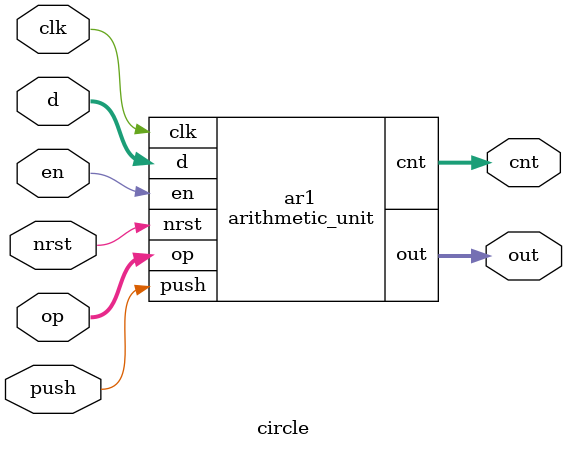
<source format=sv>

/*
Pamiec asynchroniczna RAM z jednym portem zapisu i jednym portem odczytu.
Kod z wykladu. Jak testowalem to dla synchronicznego odczytu dawalo bledna odpowiedz.
*/
module memory( input logic rd, wr, clk, input logic [9:0] rdaddr, wraddr,
              input logic [15:0] in, output logic [15:0] out
);
  logic [15:0] mem [0:1023];
  assign out = rd ? mem[rdaddr] : out;
  always_ff @(posedge clk) if (wr) mem[wraddr] <= in;
endmodule

//Modul arytmetczny na bazie pracowni 10
//Operacje + czas:
//SWAP oraz LOAD trwają 3 cykle
//Reszta operacji trwa 2 cykle?
//Zapis do stosu bedzie co dopiero odpowiednio
//w 4 i 3 cyklu
module arithmetic_unit(input nrst, clk, push,en,
               input logic [15:0] d, input logic [2:0] op,
               output logic [15:0] out, output logic [9:0] cnt
);
  logic [15:0] register,second,swap_value;
  logic [9:0] newcnt;
  logic [1:0] state;
  logic [9:0] addr_read, addr_write;
  logic read_en, write_en;
  const logic [1:0] NORMAL = 0, SWAP = 1, LOAD = 2;
  always_comb begin
    read_en = 1;
    write_en = 1;
    out = nrst ? register : 0;
    cnt = nrst ? newcnt : 0;
    addr_read = cnt - 2;
    addr_write = cnt - 1;
    case(state)
    SWAP: 
      begin
        read_en = 0;
        addr_write = cnt - 2;
      end
    LOAD:
      begin 
        write_en = 0;
        addr_read = (cnt - 2 - register[9:0]);
      end
    endcase
  end

  memory stos(read_en,write_en,clk,addr_read,addr_write,out,second);

  always_ff @(posedge clk or negedge nrst)
    if(!nrst) begin newcnt <= 0; register <= 0; state <= NORMAL; end
  else begin 
    case (state)
    NORMAL:
      if(push & en) begin if (cnt < 1000) begin register <= d; newcnt <= cnt + 1; end end
      else  if(en) unique case(op)
        0 : begin if (cnt > 0) begin if(register > 0) register <= 1; else register <= 0; end end
        1 : begin if (cnt > 0) begin register <= 0 - out; newcnt <= cnt; end end
        2 : begin if (cnt > 1) begin register <= out + second; newcnt <= cnt - 1; end end
        3 : begin if (cnt > 1) begin register <= out * second; newcnt <= cnt - 1; end end
        4 : begin if (cnt > 1) begin swap_value <= second; state <= SWAP; end end
        5 : begin if ({6'b0,cnt} > register) begin state <= LOAD; end end
        6 : begin if (cnt > 0) begin register <= second; newcnt <= cnt -1; end end
        7 : begin if (cnt > 0) begin register <= second; newcnt <= cnt -1; end end
      endcase
    SWAP: 
      begin
        state <= NORMAL;
        register <= swap_value;
      end
    LOAD: 
      begin 
        register <= second;
        newcnt <= cnt + 1;
        state <= NORMAL;
      end
    endcase
  end
  
endmodule

/*

Wazne obserwacje przebieg dla operacji (oprocz 4 i 5):
Zlecenie -> Wykonanie (wynik) -> Zapis
Dla operacji 4 i 5:
Zlecenie -> Zmiana Stanu -> Wykonanie(wynik) -> Zapis
Chain-owanie moze jedynie sie odbyc w trakcie cyklu zapis

*/

//Do testowania na boku
module circle(input nrst, clk, push,en,
               input logic [15:0] d, input logic [2:0] op,
              output logic [15:0] out, output logic [9:0] cnt);
  arithmetic_unit ar1(nrst,clk,push,en,d,op,out,cnt);
endmodule
</source>
